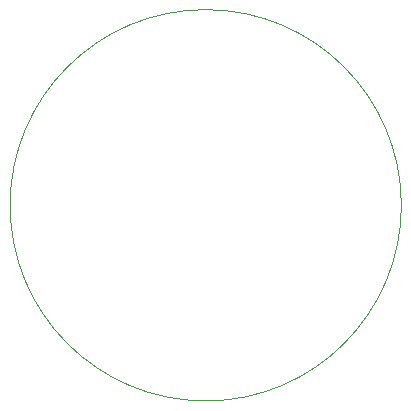
<source format=gbr>
%TF.GenerationSoftware,KiCad,Pcbnew,8.0.3*%
%TF.CreationDate,2024-11-14T20:06:39-08:00*%
%TF.ProjectId,SpeakerR,53706561-6b65-4725-922e-6b696361645f,rev?*%
%TF.SameCoordinates,Original*%
%TF.FileFunction,Profile,NP*%
%FSLAX46Y46*%
G04 Gerber Fmt 4.6, Leading zero omitted, Abs format (unit mm)*
G04 Created by KiCad (PCBNEW 8.0.3) date 2024-11-14 20:06:39*
%MOMM*%
%LPD*%
G01*
G04 APERTURE LIST*
%TA.AperFunction,Profile*%
%ADD10C,0.050000*%
%TD*%
G04 APERTURE END LIST*
D10*
X133785092Y-100330000D02*
G75*
G02*
X100656908Y-100330000I-16564092J0D01*
G01*
X100656908Y-100330000D02*
G75*
G02*
X133785092Y-100330000I16564092J0D01*
G01*
M02*

</source>
